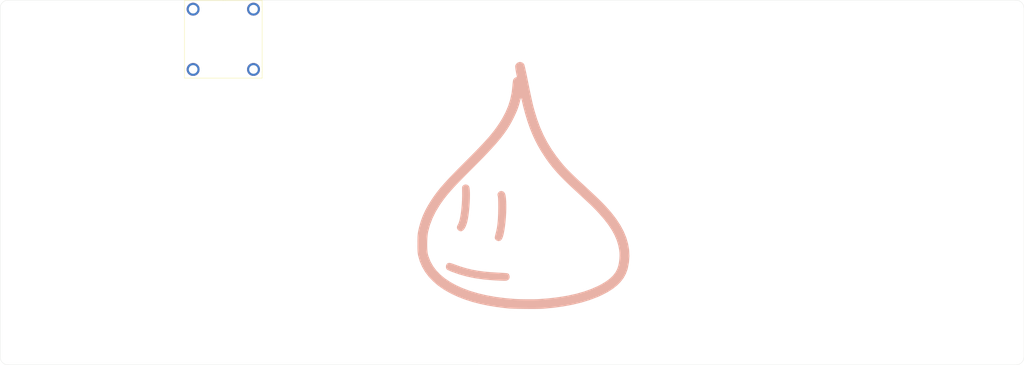
<source format=kicad_pcb>
(kicad_pcb (version 20241229) (generator "pcbnew") (generator_version "9.0")
  (title_block (title "RHYN-OW V0.1") (date "2025-05-04"))
  (layers (0 "F.Cu" signal) (2 "B.Cu" signal) (13 "F.Paste" user) (15 "B.Paste" user) (5 "F.SilkS" user "F.Silkscreen") (7 "B.SilkS" user "B.Silkscreen") (1 "F.Mask" user) (3 "B.Mask" user) (25 "Edge.Cuts" user))
  (net 0 "")
  (footprint "Audio_Module:2mmscrew" (layer "F.Cu") (at 99.65 57.1)
    (property "Reference" "REF**" (hide yes))
    (property "Value" "2mmscrew" (hide yes))
    (pad "1" thru_hole circle (at 0 0) (size 3 3) (drill 2) (layers "*.Cu" "*.Mask"))
  )
  (footprint "kbd_Hole:m2_Screw_Hole" (layer "F.Cu") (at 43.4 43.5 180)
    (property "Reference" "Ref**" (hide yes))
    (property "Value" "Val**" (hide yes))
    (pad "" np_thru_hole circle (at 0 0 180) (size 2.2 2.2) (drill 2.2) (layers "*.Cu" "*.Mask"))
  )
  (footprint "Audio_Module:2mmscrew" (layer "F.Cu") (at 85.65 43.1)
    (property "Reference" "REF**" (hide yes))
    (property "Value" "2mmscrew" (hide yes))
    (pad "1" thru_hole circle (at 0 0) (size 3 3) (drill 2) (layers "*.Cu" "*.Mask"))
  )
  (footprint "Audio_Module:2mmscrew" (layer "F.Cu") (at 99.65 43.1)
    (property "Reference" "REF**" (hide yes))
    (property "Value" "2mmscrew" (hide yes))
    (pad "1" thru_hole circle (at 0 0) (size 3 3) (drill 2) (layers "*.Cu" "*.Mask"))
  )
  (footprint "kbd_Hole:m2_Screw_Hole" (layer "F.Cu") (at 275.8 43.6)
    (property "Reference" "Ref**" (hide yes))
    (property "Value" "Val**" (hide yes))
    (pad "" np_thru_hole circle (at 0 0) (size 2.2 2.2) (drill 2.2) (layers "*.Cu" "*.Mask"))
  )
  (footprint "kbd_Hole:m2_Screw_Hole" (layer "F.Cu") (at 275.8 123.1)
    (property "Reference" "Ref**" (hide yes))
    (property "Value" "Val**" (hide yes))
    (pad "" np_thru_hole circle (at 0 0) (size 2.2 2.2) (drill 2.2) (layers "*.Cu" "*.Mask"))
  )
  (footprint "Audio_Module:rp2040_tiny_c" (layer "F.Cu") (at 92.65 50.1)
    (property "Reference" "REF**" (hide yes))
    (property "Value" "rp2040_tiny_c" (hide yes))
    (fp_line (start -9 -9) (end 0 -9) (stroke (width 0.1)) (layer "F.SilkS"))
    (fp_line (start -9 9) (end -9 -9) (stroke (width 0.1)) (layer "F.SilkS"))
    (fp_line (start 0 -9) (end 9 -9) (stroke (width 0.1)) (layer "F.SilkS"))
    (fp_line (start 9 -9) (end 9 9) (stroke (width 0.1)) (layer "F.SilkS"))
    (fp_line (start 9 9) (end -9 9) (stroke (width 0.1)) (layer "F.SilkS"))
  )
  (footprint "Audio_Module:2mmscrew" (layer "F.Cu") (at 85.65 57.1)
    (property "Reference" "REF**" (hide yes))
    (property "Value" "2mmscrew" (hide yes))
    (pad "1" thru_hole circle (at 0 0) (size 3 3) (drill 2) (layers "*.Cu" "*.Mask"))
  )
  (footprint "kbd_Hole:m2_Screw_Hole" (layer "F.Cu") (at 43.4 123.1)
    (property "Reference" "Ref**" (hide yes))
    (property "Value" "Val**" (hide yes))
    (pad "" np_thru_hole circle (at 0 0) (size 2.2 2.2) (drill 2.2) (layers "*.Cu" "*.Mask"))
  )
  (footprint "ucib:ryoo_big_icon" (layer "B.Cu") (at 162.4 84.9 180)
    (property "Reference" "G***" (hide yes))
    (property "Value" "LOGO" (hide yes))
    (fp_poly (pts (xy 5.516832 -0.437829) (xy 5.820438 -0.590346) (xy 6.059097 -0.87676) (xy 6.086919 -0.931348) (xy 6.169523 -1.150461) (xy 6.173815 -1.351647) (xy 6.112779 -1.597462) (xy 6.073691 -1.794042) (xy 6.043889 -2.103217) (xy 6.022817 -2.538796) (xy 6.009924 -3.114584) (xy 6.004654 -3.844389) (xy 6.004748 -4.291723) (xy 6.025545 -5.684357) (xy 6.082264 -6.91827) (xy 6.176116 -8.006438) (xy 6.308311 -8.961839) (xy 6.48006 -9.797451) (xy 6.539998 -10.02862) (xy 6.676821 -10.541956) (xy 6.76467 -10.918357) (xy 6.804619 -11.188757) (xy 6.797742 -11.384091) (xy 6.745114 -11.535295) (xy 6.647809 -11.673304) (xy 6.599055 -11.729041) (xy 6.278747 -11.976168) (xy 5.92479 -12.061042) (xy 5.564302 -11.979053) (xy 5.461011 -11.922532) (xy 5.252751 -11.727521) (xy 5.064541 -11.410286) (xy 4.893197 -10.960511) (xy 4.735537 -10.367879) (xy 4.588378 -9.622073) (xy 4.448538 -8.712778) (xy 4.430921 -8.583448) (xy 4.313646 -7.590916) (xy 4.224659 -6.583281) (xy 4.16406 -5.584095) (xy 4.131949 -4.616911) (xy 4.128426 -3.705283) (xy 4.153592 -2.872763) (xy 4.207546 -2.142904) (xy 4.290388 -1.53926) (xy 4.399118 -1.094571) (xy 4.589422 -0.74758) (xy 4.864015 -0.520054) (xy 5.185588 -0.415601)) (fill yes) (layer "B.SilkS"))
    (fp_poly (pts (xy 17.653564 -17.151692) (xy 17.844082 -17.273197) (xy 17.902007 -17.331713) (xy 18.080542 -17.634649) (xy 18.14439 -17.984146) (xy 18.096538 -18.326468) (xy 17.939976 -18.60788) (xy 17.825524 -18.706574) (xy 17.661294 -18.793235) (xy 17.374821 -18.924025) (xy 17.007546 -19.080675) (xy 16.631492 -19.232887) (xy 14.978772 -19.81613) (xy 13.234848 -20.296482) (xy 11.386542 -20.676479) (xy 9.420675 -20.958658) (xy 7.324069 -21.145553) (xy 6.437585 -21.194584) (xy 5.75735 -21.225929) (xy 5.22942 -21.24915) (xy 4.831107 -21.263958) (xy 4.539719 -21.270063) (xy 4.332565 -21.267172) (xy 4.186956 -21.254997) (xy 4.080199 -21.233245) (xy 3.989605 -21.201628) (xy 3.897552 -21.162061) (xy 3.593089 -20.976313) (xy 3.421302 -20.718943) (xy 3.35857 -20.472751) (xy 3.370153 -20.153127) (xy 3.482124 -19.838159) (xy 3.665056 -19.598557) (xy 3.745628 -19.542737) (xy 3.8728 -19.516337) (xy 4.149213 -19.485498) (xy 4.549054 -19.452203) (xy 5.046508 -19.418435) (xy 5.615764 -19.386176) (xy 6.065681 -19.364547) (xy 7.766077 -19.264156) (xy 9.32492 -19.117793) (xy 10.771084 -18.919982) (xy 12.133442 -18.665251) (xy 13.440868 -18.348124) (xy 14.722235 -17.963129) (xy 16.006418 -17.504791) (xy 16.13286 -17.455973) (xy 16.678559 -17.257724) (xy 17.096667 -17.142139) (xy 17.413048 -17.1074)) (fill yes) (layer "B.SilkS"))
    (fp_poly (pts (xy 13.986581 0.9888) (xy 14.196854 0.82314) (xy 14.27989 0.727504) (xy 14.336858 0.627148) (xy 14.37174 0.490138) (xy 14.388517 0.28454) (xy 14.391169 -0.02158) (xy 14.383677 -0.460156) (xy 14.379585 -0.642588) (xy 14.374734 -1.580395) (xy 14.400466 -2.535133) (xy 14.453988 -3.485564) (xy 14.532506 -4.410449) (xy 14.633227 -5.28855) (xy 14.753358 -6.098629) (xy 14.890106 -6.819447) (xy 15.040678 -7.429765) (xy 15.202279 -7.908346) (xy 15.372119 -8.233951) (xy 15.379267 -8.243795) (xy 15.560392 -8.612605) (xy 15.584285 -8.983276) (xy 15.459918 -9.320509) (xy 15.196261 -9.589) (xy 15.0124 -9.687527) (xy 14.814456 -9.765172) (xy 14.702002 -9.799685) (xy 14.695399 -9.799494) (xy 14.601149 -9.773379) (xy 14.495517 -9.747185) (xy 14.185247 -9.586575) (xy 13.887416 -9.265272) (xy 13.610796 -8.797718) (xy 13.364159 -8.198352) (xy 13.18158 -7.583998) (xy 13.051308 -6.99189) (xy 12.933736 -6.305637) (xy 12.830081 -5.548785) (xy 12.741559 -4.744882) (xy 12.669386 -3.917475) (xy 12.614779 -3.090112) (xy 12.578955 -2.286338) (xy 12.563128 -1.529703) (xy 12.568516 -0.843752) (xy 12.596335 -0.252033) (xy 12.647802 0.221906) (xy 12.724131 0.554519) (xy 12.757113 0.633518) (xy 12.986654 0.914858) (xy 13.299058 1.071931) (xy 13.647857 1.098619)) (fill yes) (layer "B.SilkS"))
    (fp_poly (pts (xy 1.207466 29.521599) (xy 1.575275 29.347455) (xy 1.870699 29.065768) (xy 2.048449 28.723495) (xy 2.070368 28.62693) (xy 2.071891 28.416051) (xy 2.037398 28.069973) (xy 1.972375 27.623685) (xy 1.882305 27.112175) (xy 1.772674 26.57043) (xy 1.691527 26.210173) (xy 1.6904 26.054208) (xy 1.789103 26.013104) (xy 2.027658 25.942188) (xy 2.278732 25.761322) (xy 2.478731 25.51833) (xy 2.501491 25.477366) (xy 2.563212 25.274385) (xy 2.622739 24.919881) (xy 2.676755 24.4375) (xy 2.715311 23.95276) (xy 2.894888 22.366357) (xy 3.219641 20.829249) (xy 3.695469 19.324722) (xy 4.328272 17.836059) (xy 5.123948 16.346546) (xy 5.759125 15.327587) (xy 6.152179 14.742415) (xy 6.549914 14.176732) (xy 6.963246 13.618165) (xy 7.403093 13.054343) (xy 7.880369 12.472894) (xy 8.405991 11.861446) (xy 8.990874 11.207626) (xy 9.645936 10.499064) (xy 10.382092 9.723387) (xy 11.210257 8.868223) (xy 12.141349 7.9212) (xy 13.186283 6.869946) (xy 13.487428 6.568553) (xy 14.583452 5.468756) (xy 15.562493 4.477231) (xy 16.435066 3.582133) (xy 17.211687 2.771612) (xy 17.902873 2.033821) (xy 18.51914 1.356913) (xy 19.071003 0.729039) (xy 19.568979 0.138352) (xy 20.023584 -0.426995) (xy 20.445335 -0.978852) (xy 20.844747 -1.529064) (xy 21.232336 -2.089481) (xy 21.416765 -2.364827) (xy 22.239916 -3.675819) (xy 22.927881 -4.931925) (xy 23.495867 -6.168071) (xy 23.959085 -7.419184) (xy 24.332744 -8.720189) (xy 24.50066 -9.446514) (xy 24.577531 -9.818467) (xy 24.63583 -10.142414) (xy 24.678145 -10.452564) (xy 24.707064 -10.78313) (xy 24.725176 -11.168323) (xy 24.735069 -11.642355) (xy 24.739332 -12.239436) (xy 24.740186 -12.612413) (xy 24.738751 -13.323836) (xy 24.731052 -13.89013) (xy 24.715374 -14.341278) (xy 24.69 -14.707264) (xy 24.653215 -15.018072) (xy 24.603303 -15.303686) (xy 24.57981 -15.415172) (xy 24.19826 -16.751525) (xy 23.654969 -18.023235) (xy 22.951852 -19.228126) (xy 22.090827 -20.364019) (xy 21.073808 -21.428737) (xy 19.902711 -22.420102) (xy 18.579453 -23.335936) (xy 17.105949 -24.174063) (xy 16.689928 -24.38316) (xy 15.190214 -25.063236) (xy 13.624718 -25.664355) (xy 11.977162 -26.190669) (xy 10.231266 -26.646334) (xy 8.370751 -27.035503) (xy 6.379337 -27.362331) (xy 4.240744 -27.630971) (xy 3.766206 -27.680913) (xy 3.382324 -27.710119) (xy 2.851545 -27.736204) (xy 2.202124 -27.758892) (xy 1.462313 -27.777906) (xy 0.660365 -27.79297) (xy -0.175465 -27.803807) (xy -1.016926 -27.810142) (xy -1.835764 -27.811698) (xy -2.603725 -27.808198) (xy -3.292556 -27.799366) (xy -3.874005 -27.784926) (xy -4.319818 -27.764601) (xy -4.379311 -27.760596) (xy -6.812478 -27.534842) (xy -9.126578 -27.215228) (xy -11.315691 -26.803143) (xy -13.373894 -26.299975) (xy -15.295264 -25.707114) (xy -17.073879 -25.025948) (xy -18.174139 -24.525051) (xy -19.474919 -23.832198) (xy -20.608812 -23.100992) (xy -21.580982 -22.326012) (xy -22.39659 -21.501838) (xy -23.060798 -20.623048) (xy -23.57877 -19.684223) (xy -23.955667 -18.679942) (xy -24.042475 -18.363193) (xy -24.317201 -16.933169) (xy -24.419347 -15.505968) (xy -24.417416 -15.467063) (xy -22.134665 -15.467063) (xy -22.088858 -16.226278) (xy -21.989176 -17.011989) (xy -21.84207 -17.756474) (xy -21.836503 -17.779469) (xy -21.566639 -18.582097) (xy -21.156503 -19.338274) (xy -20.600084 -20.053985) (xy -19.891375 -20.735212) (xy -19.024366 -21.387937) (xy -17.993047 -22.018144) (xy -17.123104 -22.472267) (xy -15.562916 -23.162836) (xy -13.868731 -23.767227) (xy -12.037014 -24.286221) (xy -10.064232 -24.720602) (xy -7.946849 -25.071152) (xy -5.681332 -25.338654) (xy -3.37207 -25.517559) (xy -2.879894 -25.538233) (xy -2.253603 -25.551486) (xy -1.534086 -25.557564) (xy -0.762233 -25.556713) (xy 0.021068 -25.549179) (xy 0.774926 -25.535207) (xy 1.458452 -25.515044) (xy 2.030757 -25.488933) (xy 2.102068 -25.484669) (xy 4.417145 -25.290523) (xy 6.631738 -25.002734) (xy 8.736534 -24.623469) (xy 10.722219 -24.154899) (xy 12.579479 -23.599193) (xy 14.298999 -22.95852) (xy 15.714622 -22.314301) (xy 17.115722 -21.544521) (xy 18.352951 -20.716694) (xy 19.428559 -19.828354) (xy 20.344795 -18.877038) (xy 21.10391 -17.860279) (xy 21.708153 -16.775612) (xy 22.159773 -15.620573) (xy 22.311681 -15.085612) (xy 22.385467 -14.669047) (xy 22.436966 -14.117142) (xy 22.466568 -13.468256) (xy 22.47466 -12.760748) (xy 22.461632 -12.032976) (xy 22.427874 -11.323299) (xy 22.373773 -10.670076) (xy 22.299719 -10.111665) (xy 22.259071 -9.897241) (xy 21.835091 -8.32398) (xy 21.242167 -6.76019) (xy 20.486461 -5.220067) (xy 19.580332 -3.727081) (xy 19.194882 -3.161294) (xy 18.803938 -2.612769) (xy 18.396671 -2.06932) (xy 17.962247 -1.518759) (xy 17.489837 -0.9489) (xy 16.96861 -0.347556) (xy 16.387733 0.297461) (xy 15.736376 0.998337) (xy 15.003707 1.76726) (xy 14.178896 2.616416) (xy 13.251111 3.557992) (xy 12.209521 4.604176) (xy 11.90871 4.904828) (xy 10.660329 6.159035) (xy 9.533753 7.308283) (xy 8.519819 8.36394) (xy 7.60936 9.337373) (xy 6.793212 10.239952) (xy 6.06221 11.083045) (xy 5.40719 11.878019) (xy 4.818985 12.636243) (xy 4.288433 13.369086) (xy 3.806366 14.087915) (xy 3.363622 14.804099) (xy 2.951034 15.529005) (xy 2.559438 16.274003) (xy 2.270364 16.860346) (xy 1.917518 17.615033) (xy 1.634535 18.273732) (xy 1.401189 18.890687) (xy 1.197256 19.520141) (xy 1.00251 20.216337) (xy 0.964062 20.363794) (xy 0.850993 20.782449) (xy 0.767996 21.041826) (xy 0.71012 21.154284) (xy 0.672415 21.13218) (xy 0.665828 21.108277) (xy 0.20614 19.178708) (xy -0.269612 17.40348) (xy -0.769627 15.761939) (xy -1.302105 14.233431) (xy -1.875244 12.797301) (xy -2.497244 11.432894) (xy -3.176303 10.119557) (xy -3.920621 8.836635) (xy -4.671186 7.663794) (xy -5.216242 6.86716) (xy -5.763957 6.109856) (xy -6.328837 5.375898) (xy -6.925383 4.649306) (xy -7.5681 3.914097) (xy -8.27149 3.154289) (xy -9.050056 2.3539) (xy -9.918303 1.496949) (xy -10.890732 0.567453) (xy -11.981848 -0.450569) (xy -12.305863 -0.749294) (xy -13.15804 -1.534701) (xy -13.895099 -2.217704) (xy -14.532201 -2.813) (xy -15.08451 -3.335283) (xy -15.567187 -3.799249) (xy -15.995396 -4.219593) (xy -16.384298 -4.61101) (xy -16.749057 -4.988197) (xy -17.104835 -5.365847) (xy -17.406852 -5.693103) (xy -18.531111 -6.986338) (xy -19.493453 -8.23639) (xy -20.298936 -9.453035) (xy -20.952619 -10.64605) (xy -21.459561 -11.825211) (xy -21.824819 -13.000292) (xy -22.053452 -14.18107) (xy -22.120144 -14.802068) (xy -22.134665 -15.467063) (xy -24.417416 -15.467063) (xy -24.348589 -14.080423) (xy -24.104607 -12.655362) (xy -23.687079 -11.229619) (xy -23.095682 -9.802022) (xy -22.330095 -8.371405) (xy -21.389996 -6.936597) (xy -20.614311 -5.912068) (xy -20.177676 -5.375344) (xy -19.735003 -4.852388) (xy -19.272916 -4.329642) (xy -18.778039 -3.793545) (xy -18.236997 -3.230538) (xy -17.636414 -2.627061) (xy -16.962914 -1.969554) (xy -16.203123 -1.244458) (xy -15.343663 -0.438213) (xy -14.37116 0.462741) (xy -13.882415 0.912489) (xy -12.850154 1.867638) (xy -11.941892 2.723358) (xy -11.146089 3.491194) (xy -10.451206 4.182691) (xy -9.845704 4.809395) (xy -9.318045 5.38285) (xy -8.85669 5.914601) (xy -8.72731 6.070369) (xy -7.469585 7.68205) (xy -6.3519 9.292312) (xy -5.36134 10.926973) (xy -4.484988 12.61185) (xy -3.709927 14.37276) (xy -3.023242 16.23552) (xy -2.412015 18.225948) (xy -2.141968 19.232989) (xy -2.037883 19.659119) (xy -1.906538 20.229938) (xy -1.753808 20.918122) (xy -1.585563 21.696348) (xy -1.407676 22.537295) (xy -1.226021 23.413639) (xy -1.046469 24.298058) (xy -0.957662 24.743104) (xy -0.79346 25.561022) (xy -0.634294 26.334568) (xy -0.484303 27.044971) (xy -0.347627 27.673459) (xy -0.228404 28.20126) (xy -0.130773 28.609603) (xy -0.058873 28.879717) (xy -0.022689 28.983613) (xy 0.223632 29.285799) (xy 0.570642 29.483917) (xy 0.963159 29.553833)) (fill yes) (layer "B.SilkS"))
  )
  (gr_line (start 276.400025 40.994975) (end 42.789309 40.99505) (stroke (width 0.05)) (layer "Edge.Cuts"))
  (gr_line (start 42.800124 125.7) (end 276.400026 125.705051) (stroke (width 0.05)) (layer "Edge.Cuts"))
  (gr_arc (start 42.800124 125.7) (mid 41.456564 125.143511) (end 40.900075 123.799951) (stroke (width 0.05)) (layer "Edge.Cuts"))
  (gr_arc (start 40.894995 42.900025) (mid 41.449183 41.556768) (end 42.789309 40.99505) (stroke (width 0.05)) (layer "Edge.Cuts"))
  (gr_line (start 278.304975 123.813889) (end 278.305025 42.9) (stroke (width 0.05)) (layer "Edge.Cuts"))
  (gr_line (start 40.894995 42.900025) (end 40.89505 123.799951) (stroke (width 0.05)) (layer "Edge.Cuts"))
  (gr_arc (start 278.304975 123.813889) (mid 277.742148 125.151958) (end 276.400026 125.705051) (stroke (width 0.05)) (layer "Edge.Cuts"))
  (gr_arc (start 276.400025 40.994975) (mid 277.747049 41.552951) (end 278.305025 42.899975) (stroke (width 0.05)) (layer "Edge.Cuts"))
)
</source>
